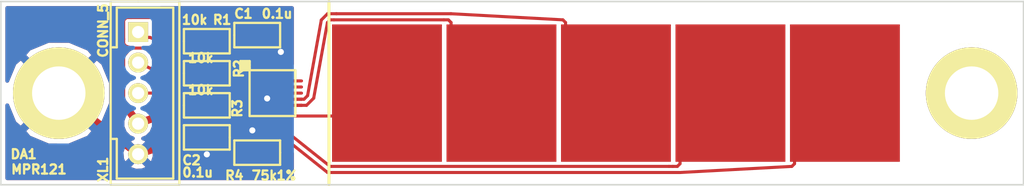
<source format=kicad_pcb>
(kicad_pcb (version 3) (host pcbnew "(2013-07-07 BZR 4022)-stable")

  (general
    (links 24)
    (no_connects 0)
    (area 69.449999 67.625 136.550001 80.275001)
    (thickness 1.6)
    (drawings 5)
    (tracks 175)
    (zones 0)
    (modules 15)
    (nets 13)
  )

  (page A3)
  (layers
    (15 F.Cu signal)
    (0 B.Cu signal)
    (16 B.Adhes user)
    (17 F.Adhes user)
    (18 B.Paste user)
    (19 F.Paste user)
    (20 B.SilkS user)
    (21 F.SilkS user)
    (22 B.Mask user)
    (23 F.Mask user)
    (24 Dwgs.User user)
    (25 Cmts.User user)
    (26 Eco1.User user)
    (27 Eco2.User user)
    (28 Edge.Cuts user)
  )

  (setup
    (last_trace_width 0.15)
    (trace_clearance 0.2)
    (zone_clearance 0.25)
    (zone_45_only no)
    (trace_min 0.15)
    (segment_width 0.2)
    (edge_width 0.1)
    (via_size 0.9)
    (via_drill 0.4)
    (via_min_size 0.889)
    (via_min_drill 0.4)
    (uvia_size 0.508)
    (uvia_drill 0.127)
    (uvias_allowed no)
    (uvia_min_size 0.508)
    (uvia_min_drill 0.127)
    (pcb_text_width 0.3)
    (pcb_text_size 1.5 1.5)
    (mod_edge_width 0.15)
    (mod_text_size 1 1)
    (mod_text_width 0.15)
    (pad_size 1 0.2)
    (pad_drill 0)
    (pad_to_mask_clearance 0.1)
    (aux_axis_origin 0 0)
    (visible_elements 7FFFFFFF)
    (pcbplotparams
      (layerselection 283148289)
      (usegerberextensions true)
      (excludeedgelayer true)
      (linewidth 0.150000)
      (plotframeref false)
      (viasonmask false)
      (mode 1)
      (useauxorigin false)
      (hpglpennumber 1)
      (hpglpenspeed 20)
      (hpglpendiameter 15)
      (hpglpenoverlay 2)
      (psnegative false)
      (psa4output false)
      (plotreference true)
      (plotvalue true)
      (plotothertext true)
      (plotinvisibletext false)
      (padsonsilk false)
      (subtractmaskfromsilk false)
      (outputformat 1)
      (mirror false)
      (drillshape 0)
      (scaleselection 1)
      (outputdirectory Gerber))
  )

  (net 0 "")
  (net 1 +3.3V)
  (net 2 /IRQ)
  (net 3 /SCL)
  (net 4 /SDA)
  (net 5 GND)
  (net 6 N-000001)
  (net 7 N-0000012)
  (net 8 N-0000016)
  (net 9 N-000002)
  (net 10 N-000006)
  (net 11 N-000007)
  (net 12 N-000008)

  (net_class Default "This is the default net class."
    (clearance 0.2)
    (trace_width 0.15)
    (via_dia 0.9)
    (via_drill 0.4)
    (uvia_dia 0.508)
    (uvia_drill 0.127)
    (add_net "")
    (add_net /IRQ)
    (add_net /SCL)
    (add_net /SDA)
    (add_net N-000001)
    (add_net N-0000012)
    (add_net N-0000016)
    (add_net N-000002)
    (add_net N-000006)
    (add_net N-000007)
    (add_net N-000008)
  )

  (net_class Wide ""
    (clearance 0.2)
    (trace_width 0.5)
    (via_dia 0.9)
    (via_drill 0.4)
    (uvia_dia 0.508)
    (uvia_drill 0.127)
    (add_net +3.3V)
    (add_net GND)
  )

  (module RES_0603 (layer F.Cu) (tedit 541733A4) (tstamp 54047339)
    (at 86.3 77.9 180)
    (path /54045AF3)
    (attr smd)
    (fp_text reference R4 (at 1.5 -1.5 180) (layer F.SilkS)
      (effects (font (size 0.6 0.6) (thickness 0.15)))
    )
    (fp_text value 75k1% (at -1.1 -1.5 180) (layer F.SilkS)
      (effects (font (size 0.6 0.6) (thickness 0.15)))
    )
    (fp_line (start -1.5 0) (end -1.5 -0.8) (layer F.SilkS) (width 0.15))
    (fp_line (start -1.5 -0.8) (end 1.5 -0.8) (layer F.SilkS) (width 0.15))
    (fp_line (start 1.5 -0.8) (end 1.5 0.8) (layer F.SilkS) (width 0.15))
    (fp_line (start 1.5 0.8) (end -1.5 0.8) (layer F.SilkS) (width 0.15))
    (fp_line (start -1.5 0.8) (end -1.5 0) (layer F.SilkS) (width 0.15))
    (pad 1 smd rect (at -0.762 0 180) (size 0.889 1.016)
      (layers F.Cu F.Paste F.Mask)
      (net 9 N-000002)
    )
    (pad 2 smd rect (at 0.762 0 180) (size 0.889 1.016)
      (layers F.Cu F.Paste F.Mask)
      (net 5 GND)
    )
    (model 3d\r_0603.wrl
      (at (xyz 0 0 0))
      (scale (xyz 1 1 1))
      (rotate (xyz 0 0 0))
    )
  )

  (module RES_0603 (layer F.Cu) (tedit 54048689) (tstamp 54047344)
    (at 83 74.8)
    (path /54045D60)
    (attr smd)
    (fp_text reference R3 (at 2 0.2 90) (layer F.SilkS)
      (effects (font (size 0.6 0.6) (thickness 0.15)))
    )
    (fp_text value 10k (at -0.4 -1) (layer F.SilkS)
      (effects (font (size 0.6 0.6) (thickness 0.15)))
    )
    (fp_line (start -1.5 0) (end -1.5 -0.8) (layer F.SilkS) (width 0.15))
    (fp_line (start -1.5 -0.8) (end 1.5 -0.8) (layer F.SilkS) (width 0.15))
    (fp_line (start 1.5 -0.8) (end 1.5 0.8) (layer F.SilkS) (width 0.15))
    (fp_line (start 1.5 0.8) (end -1.5 0.8) (layer F.SilkS) (width 0.15))
    (fp_line (start -1.5 0.8) (end -1.5 0) (layer F.SilkS) (width 0.15))
    (pad 1 smd rect (at -0.762 0) (size 0.889 1.016)
      (layers F.Cu F.Paste F.Mask)
      (net 1 +3.3V)
    )
    (pad 2 smd rect (at 0.762 0) (size 0.889 1.016)
      (layers F.Cu F.Paste F.Mask)
      (net 4 /SDA)
    )
    (model 3d\r_0603.wrl
      (at (xyz 0 0 0))
      (scale (xyz 1 1 1))
      (rotate (xyz 0 0 0))
    )
  )

  (module RES_0603 (layer F.Cu) (tedit 5404867E) (tstamp 5404734F)
    (at 83 72.7)
    (path /54045D81)
    (attr smd)
    (fp_text reference R2 (at 2.1 -0.3 90) (layer F.SilkS)
      (effects (font (size 0.6 0.6) (thickness 0.15)))
    )
    (fp_text value 10k (at -0.4 -1) (layer F.SilkS)
      (effects (font (size 0.6 0.6) (thickness 0.15)))
    )
    (fp_line (start -1.5 0) (end -1.5 -0.8) (layer F.SilkS) (width 0.15))
    (fp_line (start -1.5 -0.8) (end 1.5 -0.8) (layer F.SilkS) (width 0.15))
    (fp_line (start 1.5 -0.8) (end 1.5 0.8) (layer F.SilkS) (width 0.15))
    (fp_line (start 1.5 0.8) (end -1.5 0.8) (layer F.SilkS) (width 0.15))
    (fp_line (start -1.5 0.8) (end -1.5 0) (layer F.SilkS) (width 0.15))
    (pad 1 smd rect (at -0.762 0) (size 0.889 1.016)
      (layers F.Cu F.Paste F.Mask)
      (net 1 +3.3V)
    )
    (pad 2 smd rect (at 0.762 0) (size 0.889 1.016)
      (layers F.Cu F.Paste F.Mask)
      (net 3 /SCL)
    )
    (model 3d\r_0603.wrl
      (at (xyz 0 0 0))
      (scale (xyz 1 1 1))
      (rotate (xyz 0 0 0))
    )
  )

  (module RES_0603 (layer F.Cu) (tedit 5417337C) (tstamp 5404735A)
    (at 83 70.6)
    (path /54045D87)
    (attr smd)
    (fp_text reference R1 (at 1 -1.4) (layer F.SilkS)
      (effects (font (size 0.6 0.6) (thickness 0.15)))
    )
    (fp_text value 10k (at -0.8 -1.4) (layer F.SilkS)
      (effects (font (size 0.6 0.6) (thickness 0.15)))
    )
    (fp_line (start -1.5 0) (end -1.5 -0.8) (layer F.SilkS) (width 0.15))
    (fp_line (start -1.5 -0.8) (end 1.5 -0.8) (layer F.SilkS) (width 0.15))
    (fp_line (start 1.5 -0.8) (end 1.5 0.8) (layer F.SilkS) (width 0.15))
    (fp_line (start 1.5 0.8) (end -1.5 0.8) (layer F.SilkS) (width 0.15))
    (fp_line (start -1.5 0.8) (end -1.5 0) (layer F.SilkS) (width 0.15))
    (pad 1 smd rect (at -0.762 0) (size 0.889 1.016)
      (layers F.Cu F.Paste F.Mask)
      (net 1 +3.3V)
    )
    (pad 2 smd rect (at 0.762 0) (size 0.889 1.016)
      (layers F.Cu F.Paste F.Mask)
      (net 2 /IRQ)
    )
    (model 3d\r_0603.wrl
      (at (xyz 0 0 0))
      (scale (xyz 1 1 1))
      (rotate (xyz 0 0 0))
    )
  )

  (module Hole3_5_out6mm (layer F.Cu) (tedit 4CE9A9B5) (tstamp 54047380)
    (at 133.1 74)
    (path /54047142)
    (fp_text reference HOLE1 (at 0 3.2004) (layer F.SilkS) hide
      (effects (font (size 0.127 0.127) (thickness 0.00254)))
    )
    (fp_text value HOLE_METALLED (at -0.09906 -3.2004) (layer F.SilkS)
      (effects (font (size 0.127 0.127) (thickness 0.00254)))
    )
    (pad Hle thru_hole circle (at 0 0) (size 5.99948 5.99948) (drill 3.50012)
      (layers *.Cu *.Mask F.SilkS)
    )
  )

  (module Hole3_5_out6mm (layer F.Cu) (tedit 4CE9A9B5) (tstamp 54047385)
    (at 73.3 74)
    (path /54047151)
    (fp_text reference HOLE2 (at 0 3.2004) (layer F.SilkS) hide
      (effects (font (size 0.127 0.127) (thickness 0.00254)))
    )
    (fp_text value HOLE_METALLED (at -0.09906 -3.2004) (layer F.SilkS)
      (effects (font (size 0.127 0.127) (thickness 0.00254)))
    )
    (pad Hle thru_hole circle (at 0 0) (size 5.99948 5.99948) (drill 3.50012)
      (layers *.Cu *.Mask F.SilkS)
      (net 5 GND)
    )
  )

  (module CAP_0603 (layer F.Cu) (tedit 54173377) (tstamp 540473A9)
    (at 86.3 70.2)
    (path /54045AE4)
    (attr smd)
    (fp_text reference C1 (at -0.9 -1.4) (layer F.SilkS)
      (effects (font (size 0.6 0.6) (thickness 0.15)))
    )
    (fp_text value 0.1u (at 1.3 -1.4) (layer F.SilkS)
      (effects (font (size 0.6 0.6) (thickness 0.15)))
    )
    (fp_line (start -1.5 0) (end -1.5 -0.8) (layer F.SilkS) (width 0.15))
    (fp_line (start -1.5 -0.8) (end 1.5 -0.8) (layer F.SilkS) (width 0.15))
    (fp_line (start 1.5 -0.8) (end 1.5 0.8) (layer F.SilkS) (width 0.15))
    (fp_line (start 1.5 0.8) (end -1.5 0.8) (layer F.SilkS) (width 0.15))
    (fp_line (start -1.5 0.8) (end -1.5 0) (layer F.SilkS) (width 0.15))
    (pad 1 smd rect (at -0.762 0) (size 0.889 1.016)
      (layers F.Cu F.Paste F.Mask)
      (net 1 +3.3V)
    )
    (pad 2 smd rect (at 0.762 0) (size 0.889 1.016)
      (layers F.Cu F.Paste F.Mask)
      (net 5 GND)
    )
    (model 3d\c_0603.wrl
      (at (xyz 0 0 0))
      (scale (xyz 1 1 1))
      (rotate (xyz 0 0 0))
    )
  )

  (module CAP_0603 (layer F.Cu) (tedit 54173392) (tstamp 540473B4)
    (at 83 76.9 180)
    (path /54045AC0)
    (attr smd)
    (fp_text reference C2 (at 1 -1.5 180) (layer F.SilkS)
      (effects (font (size 0.6 0.6) (thickness 0.15)))
    )
    (fp_text value 0.1u (at 0.6 -2.3 180) (layer F.SilkS)
      (effects (font (size 0.6 0.6) (thickness 0.15)))
    )
    (fp_line (start -1.5 0) (end -1.5 -0.8) (layer F.SilkS) (width 0.15))
    (fp_line (start -1.5 -0.8) (end 1.5 -0.8) (layer F.SilkS) (width 0.15))
    (fp_line (start 1.5 -0.8) (end 1.5 0.8) (layer F.SilkS) (width 0.15))
    (fp_line (start 1.5 0.8) (end -1.5 0.8) (layer F.SilkS) (width 0.15))
    (fp_line (start -1.5 0.8) (end -1.5 0) (layer F.SilkS) (width 0.15))
    (pad 1 smd rect (at -0.762 0 180) (size 0.889 1.016)
      (layers F.Cu F.Paste F.Mask)
      (net 6 N-000001)
    )
    (pad 2 smd rect (at 0.762 0 180) (size 0.889 1.016)
      (layers F.Cu F.Paste F.Mask)
      (net 5 GND)
    )
    (model 3d\c_0603.wrl
      (at (xyz 0 0 0))
      (scale (xyz 1 1 1))
      (rotate (xyz 0 0 0))
    )
  )

  (module CONN_MW_5M (layer F.Cu) (tedit 540485EA) (tstamp 5404768A)
    (at 78.5 74 270)
    (path /54045E2F)
    (fp_text reference XL1 (at 5 2.3 270) (layer F.SilkS)
      (effects (font (size 0.6 0.6) (thickness 0.15)))
    )
    (fp_text value CONN_5 (at -4.1 2.3 270) (layer F.SilkS)
      (effects (font (size 0.6 0.6) (thickness 0.15)))
    )
    (fp_line (start -3 1.8) (end -3 1.6) (layer F.SilkS) (width 0.15))
    (fp_line (start -3 1.6) (end -3 1.4) (layer F.SilkS) (width 0.15))
    (fp_line (start -3 1.4) (end -5.6 1.4) (layer F.SilkS) (width 0.15))
    (fp_line (start -5.6 1.4) (end -5.6 -2.3) (layer F.SilkS) (width 0.15))
    (fp_line (start -5.6 -2.3) (end 5.6 -2.3) (layer F.SilkS) (width 0.15))
    (fp_line (start 5.6 -2.3) (end 5.6 1.4) (layer F.SilkS) (width 0.15))
    (fp_line (start 5.6 1.4) (end 3 1.4) (layer F.SilkS) (width 0.15))
    (fp_line (start 3 1.4) (end 3 1.8) (layer F.SilkS) (width 0.15))
    (fp_line (start -6 0) (end -6 -2.7) (layer F.SilkS) (width 0.15))
    (fp_line (start -6 -2.7) (end 6 -2.7) (layer F.SilkS) (width 0.15))
    (fp_line (start 6 -2.7) (end 6 0) (layer F.SilkS) (width 0.15))
    (fp_line (start 6 0) (end 6 1.8) (layer F.SilkS) (width 0.15))
    (fp_line (start 6 1.8) (end -6 1.8) (layer F.SilkS) (width 0.15))
    (fp_line (start -6 1.8) (end -6 0) (layer F.SilkS) (width 0.15))
    (pad 1 thru_hole rect (at -4 0 270) (size 1.3 1.3) (drill 0.8)
      (layers *.Cu *.Mask F.SilkS)
      (net 2 /IRQ)
    )
    (pad 2 thru_hole circle (at -2 0 270) (size 1.3 1.3) (drill 0.8)
      (layers *.Cu *.Mask F.SilkS)
      (net 3 /SCL)
    )
    (pad 3 thru_hole circle (at 0 0 270) (size 1.3 1.3) (drill 0.8)
      (layers *.Cu *.Mask F.SilkS)
      (net 4 /SDA)
    )
    (pad 4 thru_hole circle (at 2 0 270) (size 1.3 1.3) (drill 0.8)
      (layers *.Cu *.Mask F.SilkS)
      (net 1 +3.3V)
    )
    (pad 5 thru_hole circle (at 4 0 270) (size 1.3 1.3) (drill 0.8)
      (layers *.Cu *.Mask F.SilkS)
      (net 5 GND)
    )
  )

  (module SENSOR_PAD_7D2_9 (layer F.Cu) (tedit 5404759C) (tstamp 54047310)
    (at 124.8 74)
    (path /5404623A)
    (fp_text reference SNSP1 (at 0 1.09982) (layer F.SilkS) hide
      (effects (font (size 0.6 0.6) (thickness 0.15)))
    )
    (fp_text value SENSORPAD (at 0 -0.89916) (layer F.SilkS) hide
      (effects (font (size 0.6 0.6) (thickness 0.15)))
    )
    (pad 1 smd rect (at 0 0) (size 7.2 9)
      (layers F.Cu)
      (net 10 N-000006)
    )
  )

  (module SENSOR_PAD_7D2_9 (layer F.Cu) (tedit 5404759C) (tstamp 5404731A)
    (at 109.8 74)
    (path /54172112)
    (fp_text reference SNSP5 (at 0 1.09982) (layer F.SilkS) hide
      (effects (font (size 0.6 0.6) (thickness 0.15)))
    )
    (fp_text value SENSORPAD (at 0 -0.89916) (layer F.SilkS) hide
      (effects (font (size 0.6 0.6) (thickness 0.15)))
    )
    (pad 1 smd rect (at 0 0) (size 7.2 9)
      (layers F.Cu)
      (net 7 N-0000012)
    )
  )

  (module SENSOR_PAD_7D2_9 (layer F.Cu) (tedit 5404759C) (tstamp 5404731F)
    (at 102.3 74)
    (path /540461EF)
    (fp_text reference SNSP4 (at 0 1.09982) (layer F.SilkS) hide
      (effects (font (size 0.6 0.6) (thickness 0.15)))
    )
    (fp_text value SENSORPAD (at 0 -0.89916) (layer F.SilkS) hide
      (effects (font (size 0.6 0.6) (thickness 0.15)))
    )
    (pad 1 smd rect (at 0 0) (size 7.2 9)
      (layers F.Cu)
      (net 8 N-0000016)
    )
  )

  (module SENSOR_PAD_7D2_9 (layer F.Cu) (tedit 5404759C) (tstamp 54047324)
    (at 94.8 74)
    (path /540461FE)
    (fp_text reference SNSP3 (at 0 1.09982) (layer F.SilkS) hide
      (effects (font (size 0.6 0.6) (thickness 0.15)))
    )
    (fp_text value SENSORPAD (at 0 -0.89916) (layer F.SilkS) hide
      (effects (font (size 0.6 0.6) (thickness 0.15)))
    )
    (pad 1 smd rect (at 0 0) (size 7.2 9)
      (layers F.Cu)
      (net 12 N-000008)
    )
  )

  (module SENSOR_PAD_7D2_9 (layer F.Cu) (tedit 5404759C) (tstamp 5404732E)
    (at 117.3 74)
    (path /5404621C)
    (fp_text reference SNSP2 (at 0 1.09982) (layer F.SilkS) hide
      (effects (font (size 0.6 0.6) (thickness 0.15)))
    )
    (fp_text value SENSORPAD (at 0 -0.89916) (layer F.SilkS) hide
      (effects (font (size 0.6 0.6) (thickness 0.15)))
    )
    (pad 1 smd rect (at 0 0) (size 7.2 9)
      (layers F.Cu)
      (net 11 N-000007)
    )
  )

  (module QFN20_04PITCH (layer F.Cu) (tedit 54173348) (tstamp 5404737B)
    (at 87.3 74)
    (descr "QFN20 3x3 0.4pitch")
    (path /54045A10)
    (fp_text reference DA1 (at -16.3 4) (layer F.SilkS)
      (effects (font (size 0.6 0.6) (thickness 0.15)))
    )
    (fp_text value MPR121 (at -15.3 5) (layer F.SilkS)
      (effects (font (size 0.6 0.6) (thickness 0.15)))
    )
    (fp_line (start -1.5 -2.1) (end -1.5 -1.5) (layer F.SilkS) (width 0.15))
    (fp_line (start -2.1 -1.5) (end -2.1 -2.1) (layer F.SilkS) (width 0.15))
    (fp_line (start -1.5 -1.5) (end -2.1 -1.5) (layer F.SilkS) (width 0.15))
    (fp_line (start -2.1 -1.5) (end -2.1 -1.6) (layer F.SilkS) (width 0.15))
    (fp_line (start -2.1 -1.6) (end -1.5 -1.6) (layer F.SilkS) (width 0.15))
    (fp_line (start -1.5 -1.6) (end -1.5 -1.7) (layer F.SilkS) (width 0.15))
    (fp_line (start -1.5 -1.7) (end -2.1 -1.7) (layer F.SilkS) (width 0.15))
    (fp_line (start -2.1 -1.7) (end -2.1 -1.8) (layer F.SilkS) (width 0.15))
    (fp_line (start -2.1 -1.8) (end -1.5 -1.8) (layer F.SilkS) (width 0.15))
    (fp_line (start -1.5 -1.8) (end -1.5 -1.9) (layer F.SilkS) (width 0.15))
    (fp_line (start -1.5 -1.9) (end -2.1 -1.9) (layer F.SilkS) (width 0.15))
    (fp_line (start -2.1 -1.9) (end -2.1 -2) (layer F.SilkS) (width 0.15))
    (fp_line (start -2.1 -2) (end -1.5 -2) (layer F.SilkS) (width 0.15))
    (fp_line (start -1.5 -2) (end -1.5 -2.1) (layer F.SilkS) (width 0.15))
    (fp_line (start -1.5 -2.1) (end -2.1 -2.1) (layer F.SilkS) (width 0.15))
    (fp_line (start -1.5 -1.5) (end 1.5 -1.5) (layer F.SilkS) (width 0.15))
    (fp_line (start 1.5 -1.5) (end 1.5 1.5) (layer F.SilkS) (width 0.15))
    (fp_line (start 1.5 1.5) (end -1.5 1.5) (layer F.SilkS) (width 0.15))
    (fp_line (start -1.5 1.5) (end -1.5 -1.5) (layer F.SilkS) (width 0.15))
    (pad 1 smd rect (at -1.5 -0.8) (size 1 0.2)
      (layers F.Cu F.Paste F.Mask)
      (net 2 /IRQ)
    )
    (pad 2 smd oval (at -1.5 -0.4) (size 1 0.2)
      (layers F.Cu F.Paste F.Mask)
      (net 3 /SCL)
    )
    (pad 3 smd oval (at -1.5 0) (size 1 0.2)
      (layers F.Cu F.Paste F.Mask)
      (net 4 /SDA)
    )
    (pad 4 smd oval (at -1.5 0.4) (size 1 0.2)
      (layers F.Cu F.Paste F.Mask)
      (net 5 GND)
    )
    (pad 5 smd oval (at -1.5 0.8) (size 1 0.2)
      (layers F.Cu F.Paste F.Mask)
      (net 6 N-000001)
    )
    (pad 6 smd oval (at -0.8 1.5 90) (size 1 0.2)
      (layers F.Cu F.Paste F.Mask)
      (net 5 GND)
    )
    (pad 7 smd oval (at -0.4 1.5 90) (size 1 0.2)
      (layers F.Cu F.Paste F.Mask)
      (net 9 N-000002)
    )
    (pad 8 smd oval (at 0 1.5 90) (size 1 0.2)
      (layers F.Cu F.Paste F.Mask)
      (net 10 N-000006)
    )
    (pad 9 smd oval (at 0.4 1.5 90) (size 1 0.2)
      (layers F.Cu F.Paste F.Mask)
      (net 11 N-000007)
    )
    (pad 10 smd oval (at 0.8 1.5 90) (size 1 0.2)
      (layers F.Cu F.Paste F.Mask)
      (net 12 N-000008)
    )
    (pad 11 smd oval (at 1.5 0.8) (size 1 0.2)
      (layers F.Cu F.Paste F.Mask)
      (net 8 N-0000016)
    )
    (pad 12 smd oval (at 1.5 0.4) (size 1 0.2)
      (layers F.Cu F.Paste F.Mask)
      (net 7 N-0000012)
    )
    (pad 13 smd oval (at 1.5 0) (size 1 0.2)
      (layers F.Cu F.Paste F.Mask)
    )
    (pad 14 smd oval (at 1.5 -0.4) (size 1 0.2)
      (layers F.Cu F.Paste F.Mask)
    )
    (pad 15 smd oval (at 1.5 -0.8) (size 1 0.2)
      (layers F.Cu F.Paste F.Mask)
    )
    (pad 16 smd oval (at 0.8 -1.5 90) (size 1 0.2)
      (layers F.Cu F.Paste F.Mask)
    )
    (pad 17 smd oval (at 0.4 -1.5 90) (size 1 0.2)
      (layers F.Cu F.Paste F.Mask)
    )
    (pad 18 smd oval (at 0 -1.5 90) (size 1 0.2)
      (layers F.Cu F.Paste F.Mask)
    )
    (pad 19 smd oval (at -0.4 -1.5 90) (size 1 0.2)
      (layers F.Cu F.Paste F.Mask)
    )
    (pad 20 smd oval (at -0.8 -1.5 90) (size 1 0.2)
      (layers F.Cu F.Paste F.Mask)
      (net 1 +3.3V)
    )
    (model 3d\qfn20.wrl
      (at (xyz 0 0 0))
      (scale (xyz 1 1 1))
      (rotate (xyz 0 0 90))
    )
  )

  (gr_line (start 69.5 80) (end 69.5 68) (angle 90) (layer Edge.Cuts) (width 0.1))
  (gr_line (start 136.5 80) (end 69.5 80) (angle 90) (layer Edge.Cuts) (width 0.1))
  (gr_line (start 136.5 68) (end 136.5 80) (angle 90) (layer Edge.Cuts) (width 0.1))
  (gr_line (start 69.5 68) (end 136.5 68) (angle 90) (layer Edge.Cuts) (width 0.1))
  (gr_line (start 91 68) (end 91 80) (angle 90) (layer F.SilkS) (width 0.2))

  (segment (start 85.538 70.608) (end 85.538 70.2) (width 0.2) (layer F.Cu) (net 1))
  (segment (start 85.538 70.708) (end 85.538 70.608) (width 0.2) (layer F.Cu) (net 1))
  (segment (start 86.5 72.1) (end 85.538 70.708) (width 0.2) (layer F.Cu) (net 1))
  (segment (start 86.5 72.5) (end 86.5 72.1) (width 0.2) (layer F.Cu) (net 1))
  (segment (start 81.6069 74.8575) (end 78.5 76) (width 0.5) (layer F.Cu) (net 1))
  (segment (start 81.7935 74.8575) (end 81.6069 74.8575) (width 0.5) (layer F.Cu) (net 1))
  (segment (start 82.0435 74.8575) (end 81.7935 74.8575) (width 0.5) (layer F.Cu) (net 1))
  (segment (start 82.238 74.8) (end 82.0435 74.8575) (width 0.5) (layer F.Cu) (net 1))
  (segment (start 82.238 69.9079) (end 82.2592 69.6562) (width 0.5) (layer F.Cu) (net 1))
  (segment (start 82.238 70.092) (end 82.238 69.9079) (width 0.5) (layer F.Cu) (net 1))
  (segment (start 82.238 70.342) (end 82.238 70.092) (width 0.5) (layer F.Cu) (net 1))
  (segment (start 82.238 70.6) (end 82.238 70.342) (width 0.5) (layer F.Cu) (net 1))
  (segment (start 77.3995 71.5442) (end 77.7577 71.1086) (width 0.5) (layer F.Cu) (net 1))
  (segment (start 77.3995 73.5442) (end 77.3995 71.5442) (width 0.5) (layer F.Cu) (net 1))
  (segment (start 77.3995 74.4558) (end 77.3995 73.5442) (width 0.5) (layer F.Cu) (net 1))
  (segment (start 78.5 76) (end 77.3995 74.4558) (width 0.5) (layer F.Cu) (net 1))
  (segment (start 85.538 69.942) (end 85.538 70.2) (width 0.5) (layer F.Cu) (net 1))
  (segment (start 85.538 69.692) (end 85.538 69.942) (width 0.5) (layer F.Cu) (net 1))
  (segment (start 85.538 69.5079) (end 85.538 69.692) (width 0.5) (layer F.Cu) (net 1))
  (segment (start 85.2776 69.2475) (end 85.538 69.5079) (width 0.5) (layer F.Cu) (net 1))
  (segment (start 84.9094 69.2475) (end 85.2776 69.2475) (width 0.5) (layer F.Cu) (net 1))
  (segment (start 82.2592 69.6562) (end 84.9094 69.2475) (width 0.5) (layer F.Cu) (net 1))
  (segment (start 78.1063 71.0495) (end 77.7577 71.1086) (width 0.2) (layer F.Cu) (net 1))
  (segment (start 78.8937 71.0495) (end 78.1063 71.0495) (width 0.2) (layer F.Cu) (net 1))
  (segment (start 81.6692 72.492) (end 78.8937 71.0495) (width 0.2) (layer F.Cu) (net 1))
  (segment (start 81.7935 72.492) (end 81.6692 72.492) (width 0.2) (layer F.Cu) (net 1))
  (segment (start 81.8935 72.492) (end 81.7935 72.492) (width 0.2) (layer F.Cu) (net 1))
  (segment (start 82.238 72.7) (end 81.8935 72.492) (width 0.2) (layer F.Cu) (net 1))
  (segment (start 79.3366 68.8995) (end 82.2592 69.6562) (width 0.5) (layer F.Cu) (net 1))
  (segment (start 78.0366 68.8995) (end 79.3366 68.8995) (width 0.5) (layer F.Cu) (net 1))
  (segment (start 77.6634 68.8995) (end 78.0366 68.8995) (width 0.5) (layer F.Cu) (net 1))
  (segment (start 77.3995 69.1634) (end 77.6634 68.8995) (width 0.5) (layer F.Cu) (net 1))
  (segment (start 77.3995 70.4634) (end 77.3995 69.1634) (width 0.5) (layer F.Cu) (net 1))
  (segment (start 77.3995 70.8366) (end 77.3995 70.4634) (width 0.5) (layer F.Cu) (net 1))
  (segment (start 77.6634 71.1005) (end 77.3995 70.8366) (width 0.5) (layer F.Cu) (net 1))
  (segment (start 77.7577 71.1086) (end 77.6634 71.1005) (width 0.5) (layer F.Cu) (net 1))
  (segment (start 78.1063 71.0495) (end 77.8431 71.2319) (width 0.2) (layer F.Cu) (net 1))
  (segment (start 78.1063 71.0495) (end 77.7977 70.9641) (width 0.2) (layer F.Cu) (net 1))
  (segment (start 79.05 70.3495) (end 78.5 70) (width 0.2) (layer F.Cu) (net 2))
  (segment (start 79.15 70.3495) (end 79.05 70.3495) (width 0.2) (layer F.Cu) (net 2))
  (segment (start 79.2745 70.3495) (end 79.15 70.3495) (width 0.2) (layer F.Cu) (net 2))
  (segment (start 81.669 71.4085) (end 79.2745 70.3495) (width 0.2) (layer F.Cu) (net 2))
  (segment (start 83.193 71.4085) (end 81.669 71.4085) (width 0.2) (layer F.Cu) (net 2))
  (segment (start 83.442 71.4085) (end 83.193 71.4085) (width 0.2) (layer F.Cu) (net 2))
  (segment (start 83.5318 71.4068) (end 83.442 71.4085) (width 0.2) (layer F.Cu) (net 2))
  (segment (start 83.6175 71.008) (end 83.762 70.6) (width 0.2) (layer F.Cu) (net 2))
  (segment (start 83.6175 71.108) (end 83.6175 71.008) (width 0.2) (layer F.Cu) (net 2))
  (segment (start 83.6175 71.2323) (end 83.6175 71.108) (width 0.2) (layer F.Cu) (net 2))
  (segment (start 83.5318 71.4068) (end 83.6175 71.2323) (width 0.2) (layer F.Cu) (net 2))
  (segment (start 84.331 71.8915) (end 83.5318 71.4068) (width 0.2) (layer F.Cu) (net 2))
  (segment (start 85.4245 72.7995) (end 84.331 71.8915) (width 0.2) (layer F.Cu) (net 2))
  (segment (start 85.6005 72.9755) (end 85.4245 72.7995) (width 0.2) (layer F.Cu) (net 2))
  (segment (start 85.6005 73.1) (end 85.6005 72.9755) (width 0.2) (layer F.Cu) (net 2))
  (segment (start 85.6005 73.2) (end 85.6005 73.1) (width 0.2) (layer F.Cu) (net 2))
  (segment (start 85.8 73.2) (end 85.6005 73.2) (width 0.2) (layer F.Cu) (net 2))
  (segment (start 83.442 73.5085) (end 83.6091 73.508) (width 0.2) (layer F.Cu) (net 3))
  (segment (start 83.193 73.5085) (end 83.442 73.5085) (width 0.2) (layer F.Cu) (net 3))
  (segment (start 81.669 73.5085) (end 83.193 73.5085) (width 0.2) (layer F.Cu) (net 3))
  (segment (start 78.5 72) (end 81.669 73.5085) (width 0.2) (layer F.Cu) (net 3))
  (segment (start 85.4 73.6) (end 85.8 73.6) (width 0.2) (layer F.Cu) (net 3))
  (segment (start 85.1757 73.6) (end 85.4 73.6) (width 0.2) (layer F.Cu) (net 3))
  (segment (start 83.6091 73.508) (end 85.1757 73.6) (width 0.2) (layer F.Cu) (net 3))
  (segment (start 83.6175 73.108) (end 83.762 72.7) (width 0.2) (layer F.Cu) (net 3))
  (segment (start 83.6175 73.208) (end 83.6175 73.108) (width 0.2) (layer F.Cu) (net 3))
  (segment (start 83.6175 73.3323) (end 83.6175 73.208) (width 0.2) (layer F.Cu) (net 3))
  (segment (start 83.6091 73.508) (end 83.6175 73.3323) (width 0.2) (layer F.Cu) (net 3))
  (segment (start 81.669 73.9915) (end 78.5 74) (width 0.2) (layer F.Cu) (net 4))
  (segment (start 81.918 73.9915) (end 81.669 73.9915) (width 0.2) (layer F.Cu) (net 4))
  (segment (start 83.442 73.9915) (end 81.918 73.9915) (width 0.2) (layer F.Cu) (net 4))
  (segment (start 83.6248 73.992) (end 83.442 73.9915) (width 0.2) (layer F.Cu) (net 4))
  (segment (start 83.6248 74.392) (end 83.762 74.8) (width 0.2) (layer F.Cu) (net 4))
  (segment (start 83.6248 74.292) (end 83.6248 74.392) (width 0.2) (layer F.Cu) (net 4))
  (segment (start 83.6248 73.992) (end 83.6248 74.292) (width 0.2) (layer F.Cu) (net 4))
  (segment (start 83.782 73.9915) (end 83.6248 73.992) (width 0.2) (layer F.Cu) (net 4))
  (segment (start 84.031 73.9915) (end 83.782 73.9915) (width 0.2) (layer F.Cu) (net 4))
  (segment (start 84.331 73.9915) (end 84.031 73.9915) (width 0.2) (layer F.Cu) (net 4))
  (segment (start 85.0101 74) (end 84.331 73.9915) (width 0.2) (layer F.Cu) (net 4))
  (segment (start 85.4 74) (end 85.0101 74) (width 0.2) (layer F.Cu) (net 4))
  (segment (start 85.8 74) (end 85.4 74) (width 0.2) (layer F.Cu) (net 4))
  (via (at 85.9796 76.4403) (size 0.9) (layers F.Cu B.Cu) (net 5))
  (via (at 86.95 74.3495) (size 0.9) (layers F.Cu B.Cu) (net 5))
  (via (at 87.8479 71.3007) (size 0.9) (layers F.Cu B.Cu) (net 5))
  (via (at 83 78.0105) (size 0.9) (layers F.Cu B.Cu) (net 5))
  (segment (start 86.95 74.3495) (end 87.8479 71.3007) (width 0.5) (layer B.Cu) (net 5))
  (segment (start 85.9796 76.4403) (end 86.95 74.3495) (width 0.5) (layer B.Cu) (net 5))
  (segment (start 85.538 77.2079) (end 85.9796 76.4403) (width 0.5) (layer F.Cu) (net 5))
  (segment (start 85.538 77.392) (end 85.538 77.2079) (width 0.5) (layer F.Cu) (net 5))
  (segment (start 85.538 77.642) (end 85.538 77.392) (width 0.5) (layer F.Cu) (net 5))
  (segment (start 85.538 77.9) (end 85.538 77.642) (width 0.5) (layer F.Cu) (net 5))
  (segment (start 82.0435 76.9575) (end 82.238 76.9) (width 0.5) (layer F.Cu) (net 5))
  (segment (start 81.7935 76.9575) (end 82.0435 76.9575) (width 0.5) (layer F.Cu) (net 5))
  (segment (start 81.6069 76.9575) (end 81.7935 76.9575) (width 0.5) (layer F.Cu) (net 5))
  (segment (start 78.5 78) (end 81.6069 76.9575) (width 0.5) (layer F.Cu) (net 5))
  (segment (start 78.5 78) (end 73.3 74) (width 0.5) (layer F.Cu) (net 5))
  (segment (start 87.2565 70.258) (end 87.062 70.2) (width 0.5) (layer F.Cu) (net 5))
  (segment (start 87.5065 70.258) (end 87.2565 70.258) (width 0.5) (layer F.Cu) (net 5))
  (segment (start 87.6929 70.258) (end 87.5065 70.258) (width 0.5) (layer F.Cu) (net 5))
  (segment (start 87.9565 70.5216) (end 87.6929 70.258) (width 0.5) (layer F.Cu) (net 5))
  (segment (start 87.9565 70.8944) (end 87.9565 70.5216) (width 0.5) (layer F.Cu) (net 5))
  (segment (start 87.8479 71.3007) (end 87.9565 70.8944) (width 0.5) (layer F.Cu) (net 5))
  (segment (start 85.3435 77.9575) (end 85.538 77.9) (width 0.5) (layer F.Cu) (net 5))
  (segment (start 85.0935 77.9575) (end 85.3435 77.9575) (width 0.5) (layer F.Cu) (net 5))
  (segment (start 84.9069 77.9575) (end 85.0935 77.9575) (width 0.5) (layer F.Cu) (net 5))
  (segment (start 83 78.0105) (end 84.9069 77.9575) (width 0.5) (layer F.Cu) (net 5))
  (segment (start 82.4984 77.8525) (end 83 78.0105) (width 0.5) (layer F.Cu) (net 5))
  (segment (start 82.238 77.5921) (end 82.4984 77.8525) (width 0.5) (layer F.Cu) (net 5))
  (segment (start 82.238 77.408) (end 82.238 77.5921) (width 0.5) (layer F.Cu) (net 5))
  (segment (start 82.238 77.158) (end 82.238 77.408) (width 0.5) (layer F.Cu) (net 5))
  (segment (start 82.238 76.9) (end 82.238 77.158) (width 0.5) (layer F.Cu) (net 5))
  (segment (start 86.2 74.4) (end 85.8 74.4) (width 0.2) (layer F.Cu) (net 5))
  (segment (start 86.3657 74.4) (end 86.2 74.4) (width 0.2) (layer F.Cu) (net 5))
  (segment (start 86.95 74.3495) (end 86.3657 74.4) (width 0.2) (layer F.Cu) (net 5))
  (segment (start 86.5 75.9) (end 86.5 75.5) (width 0.2) (layer F.Cu) (net 5))
  (segment (start 85.9796 76.4403) (end 86.5 75.9) (width 0.2) (layer F.Cu) (net 5))
  (segment (start 85.4 74.8) (end 85.8 74.8) (width 0.2) (layer F.Cu) (net 6))
  (segment (start 84.507 76.5165) (end 85.4 74.8) (width 0.2) (layer F.Cu) (net 6))
  (segment (start 84.331 76.6925) (end 84.507 76.5165) (width 0.2) (layer F.Cu) (net 6))
  (segment (start 84.2065 76.6925) (end 84.331 76.6925) (width 0.2) (layer F.Cu) (net 6))
  (segment (start 84.1065 76.6925) (end 84.2065 76.6925) (width 0.2) (layer F.Cu) (net 6))
  (segment (start 83.762 76.9) (end 84.1065 76.6925) (width 0.2) (layer F.Cu) (net 6))
  (segment (start 106.5 69.6) (end 109.8 74) (width 0.2) (layer F.Cu) (net 7))
  (segment (start 106.5 69.5) (end 106.5 69.6) (width 0.2) (layer F.Cu) (net 7))
  (segment (start 106.5 69.3757) (end 106.5 69.5) (width 0.2) (layer F.Cu) (net 7))
  (segment (start 106.3243 69.2) (end 106.5 69.3757) (width 0.2) (layer F.Cu) (net 7))
  (segment (start 98.9904 68.799) (end 106.3243 69.2) (width 0.2) (layer F.Cu) (net 7))
  (segment (start 91.4904 68.799) (end 98.9904 68.799) (width 0.2) (layer F.Cu) (net 7))
  (segment (start 90.9096 68.799) (end 91.4904 68.799) (width 0.2) (layer F.Cu) (net 7))
  (segment (start 90.499 69.2096) (end 90.9096 68.799) (width 0.2) (layer F.Cu) (net 7))
  (segment (start 89.6 74.1657) (end 90.499 69.2096) (width 0.2) (layer F.Cu) (net 7))
  (segment (start 89.3657 74.4) (end 89.6 74.1657) (width 0.2) (layer F.Cu) (net 7))
  (segment (start 89.2 74.4) (end 89.3657 74.4) (width 0.2) (layer F.Cu) (net 7))
  (segment (start 88.8 74.4) (end 89.2 74.4) (width 0.2) (layer F.Cu) (net 7))
  (segment (start 99 69.6) (end 102.3 74) (width 0.2) (layer F.Cu) (net 8))
  (segment (start 99 69.5) (end 99 69.6) (width 0.2) (layer F.Cu) (net 8))
  (segment (start 99 69.3757) (end 99 69.5) (width 0.2) (layer F.Cu) (net 8))
  (segment (start 98.8243 69.2) (end 99 69.3757) (width 0.2) (layer F.Cu) (net 8))
  (segment (start 98.5245 69.1995) (end 98.8243 69.2) (width 0.2) (layer F.Cu) (net 8))
  (segment (start 91.3245 69.1995) (end 98.5245 69.1995) (width 0.2) (layer F.Cu) (net 8))
  (segment (start 91.0755 69.1995) (end 91.3245 69.1995) (width 0.2) (layer F.Cu) (net 8))
  (segment (start 90.8995 69.3755) (end 91.0755 69.1995) (width 0.2) (layer F.Cu) (net 8))
  (segment (start 90 74.3314) (end 90.8995 69.3755) (width 0.2) (layer F.Cu) (net 8))
  (segment (start 89.5314 74.8) (end 90 74.3314) (width 0.2) (layer F.Cu) (net 8))
  (segment (start 89.2 74.8) (end 89.5314 74.8) (width 0.2) (layer F.Cu) (net 8))
  (segment (start 88.8 74.8) (end 89.2 74.8) (width 0.2) (layer F.Cu) (net 8))
  (segment (start 86.9 75.9) (end 86.9 75.5) (width 0.2) (layer F.Cu) (net 9))
  (segment (start 86.9 76.3971) (end 86.9 75.9) (width 0.2) (layer F.Cu) (net 9))
  (segment (start 86.9175 77.2677) (end 86.9 76.3971) (width 0.2) (layer F.Cu) (net 9))
  (segment (start 86.9175 77.392) (end 86.9175 77.2677) (width 0.2) (layer F.Cu) (net 9))
  (segment (start 86.9175 77.492) (end 86.9175 77.392) (width 0.2) (layer F.Cu) (net 9))
  (segment (start 87.062 77.9) (end 86.9175 77.492) (width 0.2) (layer F.Cu) (net 9))
  (segment (start 121.5 78.4) (end 124.8 74) (width 0.2) (layer F.Cu) (net 10))
  (segment (start 121.5 78.5) (end 121.5 78.4) (width 0.2) (layer F.Cu) (net 10))
  (segment (start 121.5 78.6243) (end 121.5 78.5) (width 0.2) (layer F.Cu) (net 10))
  (segment (start 121.3243 78.8) (end 121.5 78.6243) (width 0.2) (layer F.Cu) (net 10))
  (segment (start 113.9904 79.201) (end 121.3243 78.8) (width 0.2) (layer F.Cu) (net 10))
  (segment (start 113.4096 79.201) (end 113.9904 79.201) (width 0.2) (layer F.Cu) (net 10))
  (segment (start 90.9096 79.201) (end 113.4096 79.201) (width 0.2) (layer F.Cu) (net 10))
  (segment (start 87.7686 76.7) (end 90.9096 79.201) (width 0.2) (layer F.Cu) (net 10))
  (segment (start 87.3 76.2314) (end 87.7686 76.7) (width 0.2) (layer F.Cu) (net 10))
  (segment (start 87.3 75.9) (end 87.3 76.2314) (width 0.2) (layer F.Cu) (net 10))
  (segment (start 87.3 75.5) (end 87.3 75.9) (width 0.2) (layer F.Cu) (net 10))
  (segment (start 114 78.4) (end 117.3 74) (width 0.2) (layer F.Cu) (net 11))
  (segment (start 114 78.5) (end 114 78.4) (width 0.2) (layer F.Cu) (net 11))
  (segment (start 114 78.6243) (end 114 78.5) (width 0.2) (layer F.Cu) (net 11))
  (segment (start 113.8243 78.8) (end 114 78.6243) (width 0.2) (layer F.Cu) (net 11))
  (segment (start 113.5245 78.8005) (end 113.8243 78.8) (width 0.2) (layer F.Cu) (net 11))
  (segment (start 113.2755 78.8005) (end 113.5245 78.8005) (width 0.2) (layer F.Cu) (net 11))
  (segment (start 91.0755 78.8005) (end 113.2755 78.8005) (width 0.2) (layer F.Cu) (net 11))
  (segment (start 87.9343 76.3) (end 91.0755 78.8005) (width 0.2) (layer F.Cu) (net 11))
  (segment (start 87.7 76.0657) (end 87.9343 76.3) (width 0.2) (layer F.Cu) (net 11))
  (segment (start 87.7 75.9) (end 87.7 76.0657) (width 0.2) (layer F.Cu) (net 11))
  (segment (start 87.7 75.5) (end 87.7 75.9) (width 0.2) (layer F.Cu) (net 11))
  (segment (start 91.3 75.2005) (end 94.8 74) (width 0.2) (layer F.Cu) (net 12))
  (segment (start 91.4 75.5) (end 91.3 75.2005) (width 0.2) (layer F.Cu) (net 12))
  (segment (start 88.1 75.5) (end 91.4 75.5) (width 0.2) (layer F.Cu) (net 12))

  (zone (net 5) (net_name GND) (layer F.Cu) (tstamp 54048741) (hatch edge 0.508)
    (connect_pads (clearance 0.25))
    (min_thickness 0.25)
    (fill (arc_segments 16) (thermal_gap 0.3) (thermal_bridge_width 0.508))
    (polygon
      (pts
        (xy 69.5 68) (xy 88.7 68) (xy 88.7 80) (xy 69.5 80)
      )
    )
    (filled_polygon
      (pts
        (xy 87.956192 74.6) (xy 87.944015 74.618225) (xy 87.939736 74.639736) (xy 87.918225 74.644015) (xy 87.9 74.656192)
        (xy 87.881775 74.644015) (xy 87.7 74.607858) (xy 87.518225 74.644015) (xy 87.5 74.656192) (xy 87.481775 74.644015)
        (xy 87.3 74.607858) (xy 87.118225 74.644015) (xy 87.1 74.656192) (xy 87.081775 74.644015) (xy 86.9 74.607858)
        (xy 86.768526 74.634009) (xy 86.684614 74.608133) (xy 86.708357 74.531139) (xy 86.615754 74.45) (xy 86.531879 74.45)
        (xy 86.457049 74.4) (xy 86.531879 74.35) (xy 86.615754 74.35) (xy 86.708357 74.268861) (xy 86.66599 74.131473)
        (xy 86.692142 74) (xy 86.655985 73.818225) (xy 86.643807 73.8) (xy 86.655985 73.781775) (xy 86.692142 73.6)
        (xy 86.656298 73.419799) (xy 86.674934 73.374919) (xy 86.674949 73.357342) (xy 86.681775 73.355985) (xy 86.7 73.343807)
        (xy 86.718225 73.355985) (xy 86.9 73.392142) (xy 87.081775 73.355985) (xy 87.1 73.343807) (xy 87.118225 73.355985)
        (xy 87.3 73.392142) (xy 87.481775 73.355985) (xy 87.5 73.343807) (xy 87.518225 73.355985) (xy 87.7 73.392142)
        (xy 87.881775 73.355985) (xy 87.9 73.343807) (xy 87.918225 73.355985) (xy 87.939736 73.360263) (xy 87.944015 73.381775)
        (xy 87.956192 73.4) (xy 87.944015 73.418225) (xy 87.907858 73.6) (xy 87.944015 73.781775) (xy 87.956192 73.8)
        (xy 87.944015 73.818225) (xy 87.907858 74) (xy 87.944015 74.181775) (xy 87.956192 74.2) (xy 87.944015 74.218225)
        (xy 87.907858 74.4) (xy 87.944015 74.581775) (xy 87.956192 74.6)
      )
    )
    (filled_polygon
      (pts
        (xy 88.575 72.082858) (xy 88.538843 71.901083) (xy 88.435876 71.746982) (xy 88.281775 71.644015) (xy 88.1 71.607858)
        (xy 87.931573 71.641359) (xy 87.931573 70.623833) (xy 87.931573 69.776167) (xy 87.931426 69.607092) (xy 87.866587 69.450943)
        (xy 87.746929 69.331493) (xy 87.590667 69.266927) (xy 87.29725 69.267) (xy 87.191 69.37325) (xy 87.191 70.071)
        (xy 87.82525 70.071) (xy 87.9315 69.96475) (xy 87.931573 69.776167) (xy 87.931573 70.623833) (xy 87.9315 70.43525)
        (xy 87.82525 70.329) (xy 87.191 70.329) (xy 87.191 71.02675) (xy 87.29725 71.133) (xy 87.590667 71.133073)
        (xy 87.746929 71.068507) (xy 87.866587 70.949057) (xy 87.931426 70.792908) (xy 87.931573 70.623833) (xy 87.931573 71.641359)
        (xy 87.918225 71.644015) (xy 87.9 71.656192) (xy 87.881775 71.644015) (xy 87.7 71.607858) (xy 87.518225 71.644015)
        (xy 87.5 71.656192) (xy 87.481775 71.644015) (xy 87.3 71.607858) (xy 87.118225 71.644015) (xy 87.1 71.656192)
        (xy 87.081775 71.644015) (xy 86.9 71.607858) (xy 86.75564 71.636572) (xy 86.334312 71.025823) (xy 86.377071 71.068507)
        (xy 86.533333 71.133073) (xy 86.82675 71.133) (xy 86.933 71.02675) (xy 86.933 70.329) (xy 86.913 70.329)
        (xy 86.913 70.071) (xy 86.933 70.071) (xy 86.933 69.37325) (xy 86.82675 69.267) (xy 86.533333 69.266927)
        (xy 86.377071 69.331493) (xy 86.264584 69.443784) (xy 86.195197 69.374276) (xy 86.131129 69.347672) (xy 86.115425 69.268723)
        (xy 86.115425 69.268722) (xy 85.979942 69.065958) (xy 85.719542 68.805558) (xy 85.516777 68.670075) (xy 85.2776 68.6225)
        (xy 84.9094 68.6225) (xy 84.868347 68.630665) (xy 84.813546 68.628321) (xy 82.29302 69.018519) (xy 79.99805 68.425)
        (xy 88.575 68.425) (xy 88.575 72.082858)
      )
    )
    (filled_polygon
      (pts
        (xy 88.575 79.575) (xy 85.409 79.575) (xy 85.409 78.72675) (xy 85.409 78.029) (xy 85.409 77.771)
        (xy 85.409 77.07325) (xy 85.30275 76.967) (xy 85.009333 76.966927) (xy 84.853071 77.031493) (xy 84.733413 77.150943)
        (xy 84.668574 77.307092) (xy 84.668427 77.476167) (xy 84.6685 77.66475) (xy 84.77475 77.771) (xy 85.409 77.771)
        (xy 85.409 78.029) (xy 84.77475 78.029) (xy 84.6685 78.13525) (xy 84.668427 78.323833) (xy 84.668574 78.492908)
        (xy 84.733413 78.649057) (xy 84.853071 78.768507) (xy 85.009333 78.833073) (xy 85.30275 78.833) (xy 85.409 78.72675)
        (xy 85.409 79.575) (xy 82.109 79.575) (xy 82.109 77.72675) (xy 82.109 77.029) (xy 82.109 76.771)
        (xy 82.109 76.07325) (xy 82.00275 75.967) (xy 81.709333 75.966927) (xy 81.553071 76.031493) (xy 81.433413 76.150943)
        (xy 81.368574 76.307092) (xy 81.368427 76.476167) (xy 81.3685 76.66475) (xy 81.47475 76.771) (xy 82.109 76.771)
        (xy 82.109 77.029) (xy 81.47475 77.029) (xy 81.3685 77.13525) (xy 81.368427 77.323833) (xy 81.368574 77.492908)
        (xy 81.433413 77.649057) (xy 81.553071 77.768507) (xy 81.709333 77.833073) (xy 82.00275 77.833) (xy 82.109 77.72675)
        (xy 82.109 79.575) (xy 79.588483 79.575) (xy 79.588483 78.128656) (xy 79.554861 77.702319) (xy 79.456392 77.464594)
        (xy 79.285148 77.397286) (xy 78.682434 78) (xy 79.285148 78.602714) (xy 79.456392 78.535406) (xy 79.588483 78.128656)
        (xy 79.588483 79.575) (xy 79.102714 79.575) (xy 79.102714 78.785148) (xy 78.5 78.182434) (xy 78.317566 78.364868)
        (xy 78.317566 78) (xy 77.714852 77.397286) (xy 77.543608 77.464594) (xy 77.411517 77.871344) (xy 77.445139 78.297681)
        (xy 77.543608 78.535406) (xy 77.714852 78.602714) (xy 78.317566 78) (xy 78.317566 78.364868) (xy 77.897286 78.785148)
        (xy 77.964594 78.956392) (xy 78.371344 79.088483) (xy 78.797681 79.054861) (xy 79.035406 78.956392) (xy 79.102714 78.785148)
        (xy 79.102714 79.575) (xy 76.726309 79.575) (xy 76.726309 73.326718) (xy 76.207843 72.066776) (xy 76.198849 72.053316)
        (xy 75.783447 71.698986) (xy 75.601014 71.881419) (xy 75.601014 71.516553) (xy 75.246684 71.101151) (xy 73.98916 70.576849)
        (xy 72.626718 70.573691) (xy 71.366776 71.092157) (xy 71.353316 71.101151) (xy 70.998986 71.516553) (xy 73.3 73.817566)
        (xy 75.601014 71.516553) (xy 75.601014 71.881419) (xy 73.482434 74) (xy 75.783447 76.301014) (xy 76.198849 75.946684)
        (xy 76.723151 74.68916) (xy 76.726309 73.326718) (xy 76.726309 79.575) (xy 75.601014 79.575) (xy 75.601014 76.483447)
        (xy 73.3 74.182434) (xy 70.998986 76.483447) (xy 71.353316 76.898849) (xy 72.61084 77.423151) (xy 73.973282 77.426309)
        (xy 75.233224 76.907843) (xy 75.246684 76.898849) (xy 75.601014 76.483447) (xy 75.601014 79.575) (xy 69.925 79.575)
        (xy 69.925 74.797969) (xy 70.392157 75.933224) (xy 70.401151 75.946684) (xy 70.816553 76.301014) (xy 73.117566 74)
        (xy 70.816553 71.698986) (xy 70.401151 72.053316) (xy 69.925 73.195351) (xy 69.925 68.425) (xy 77.270184 68.425)
        (xy 77.221458 68.457558) (xy 77.221455 68.457561) (xy 76.957558 68.721458) (xy 76.822075 68.924223) (xy 76.7745 69.1634)
        (xy 76.7745 70.4634) (xy 76.7745 70.8366) (xy 76.822075 71.075777) (xy 76.895842 71.186178) (xy 76.873161 71.228566)
        (xy 76.822075 71.305023) (xy 76.816053 71.335295) (xy 76.801491 71.362511) (xy 76.792438 71.454017) (xy 76.7745 71.5442)
        (xy 76.7745 73.5442) (xy 76.7745 74.4558) (xy 76.78835 74.525432) (xy 76.790519 74.596395) (xy 76.811912 74.643886)
        (xy 76.822075 74.694977) (xy 76.861519 74.75401) (xy 76.890678 74.818739) (xy 77.516394 75.695962) (xy 77.475179 75.795221)
        (xy 77.474823 76.20299) (xy 77.630541 76.579857) (xy 77.918627 76.868445) (xy 78.152761 76.965666) (xy 77.964594 77.043608)
        (xy 77.897286 77.214852) (xy 78.5 77.817566) (xy 79.102714 77.214852) (xy 79.035406 77.043608) (xy 78.824301 76.975052)
        (xy 79.079857 76.869459) (xy 79.368445 76.581373) (xy 79.483591 76.304069) (xy 81.5127 75.557502) (xy 81.580803 75.625724)
        (xy 81.718581 75.682934) (xy 81.867765 75.683064) (xy 82.756765 75.683064) (xy 82.894643 75.626094) (xy 83.000091 75.520829)
        (xy 83.104803 75.625724) (xy 83.242581 75.682934) (xy 83.391765 75.683064) (xy 84.280765 75.683064) (xy 84.418643 75.626094)
        (xy 84.452716 75.59208) (xy 84.231505 76.017022) (xy 84.132235 76.016936) (xy 83.243235 76.016936) (xy 83.105357 76.073906)
        (xy 83.035386 76.143754) (xy 82.922929 76.031493) (xy 82.766667 75.966927) (xy 82.47325 75.967) (xy 82.367 76.07325)
        (xy 82.367 76.771) (xy 82.387 76.771) (xy 82.387 77.029) (xy 82.367 77.029) (xy 82.367 77.72675)
        (xy 82.47325 77.833) (xy 82.766667 77.833073) (xy 82.922929 77.768507) (xy 83.035415 77.656215) (xy 83.104803 77.725724)
        (xy 83.242581 77.782934) (xy 83.391765 77.783064) (xy 84.280765 77.783064) (xy 84.418643 77.726094) (xy 84.524224 77.620697)
        (xy 84.581434 77.482919) (xy 84.581564 77.333735) (xy 84.581564 77.085379) (xy 84.666876 77.028376) (xy 84.842875 76.852376)
        (xy 84.883056 76.792241) (xy 84.92833 76.735831) (xy 85.68879 75.275) (xy 85.8 75.275) (xy 85.975 75.275)
        (xy 85.975 75.371) (xy 86.425 75.371) (xy 86.425 75.5) (xy 86.425 75.629) (xy 85.975 75.629)
        (xy 85.975 76.029) (xy 86.064329 76.220089) (xy 86.219985 76.362448) (xy 86.368861 76.408357) (xy 86.370998 76.405918)
        (xy 86.370998 76.425) (xy 86.42548 76.425) (xy 86.438783 77.060094) (xy 86.405357 77.073906) (xy 86.335386 77.143754)
        (xy 86.222929 77.031493) (xy 86.066667 76.966927) (xy 85.77325 76.967) (xy 85.667 77.07325) (xy 85.667 77.771)
        (xy 85.687 77.771) (xy 85.687 78.029) (xy 85.667 78.029) (xy 85.667 78.72675) (xy 85.77325 78.833)
        (xy 86.066667 78.833073) (xy 86.222929 78.768507) (xy 86.335415 78.656215) (xy 86.404803 78.725724) (xy 86.542581 78.782934)
        (xy 86.691765 78.783064) (xy 87.580765 78.783064) (xy 87.718643 78.726094) (xy 87.824224 78.620697) (xy 87.881434 78.482919)
        (xy 87.881564 78.333735) (xy 87.881564 77.3968) (xy 88.575 77.948384) (xy 88.575 79.575)
      )
    )
  )
  (zone (net 5) (net_name GND) (layer B.Cu) (tstamp 54048742) (hatch edge 0.508)
    (connect_pads (clearance 0.25))
    (min_thickness 0.25)
    (fill (arc_segments 16) (thermal_gap 0.3) (thermal_bridge_width 0.508))
    (polygon
      (pts
        (xy 69.5 79) (xy 69.5 68) (xy 88.7 68) (xy 88.7 80) (xy 69.5 80)
      )
    )
    (filled_polygon
      (pts
        (xy 88.575 79.575) (xy 79.588483 79.575) (xy 79.588483 78.128656) (xy 79.554861 77.702319) (xy 79.525177 77.630655)
        (xy 79.525177 75.79701) (xy 79.369459 75.420143) (xy 79.081373 75.131555) (xy 78.764239 74.999869) (xy 79.079857 74.869459)
        (xy 79.368445 74.581373) (xy 79.524821 74.204779) (xy 79.525177 73.79701) (xy 79.369459 73.420143) (xy 79.081373 73.131555)
        (xy 78.764239 72.999869) (xy 79.079857 72.869459) (xy 79.368445 72.581373) (xy 79.524821 72.204779) (xy 79.525177 71.79701)
        (xy 79.369459 71.420143) (xy 79.081373 71.131555) (xy 78.824915 71.025064) (xy 79.224265 71.025064) (xy 79.362143 70.968094)
        (xy 79.467724 70.862697) (xy 79.524934 70.724919) (xy 79.525064 70.575735) (xy 79.525064 69.275735) (xy 79.468094 69.137857)
        (xy 79.362697 69.032276) (xy 79.224919 68.975066) (xy 79.075735 68.974936) (xy 77.775735 68.974936) (xy 77.637857 69.031906)
        (xy 77.532276 69.137303) (xy 77.475066 69.275081) (xy 77.474936 69.424265) (xy 77.474936 70.724265) (xy 77.531906 70.862143)
        (xy 77.637303 70.967724) (xy 77.775081 71.024934) (xy 77.924265 71.025064) (xy 78.175417 71.025064) (xy 77.920143 71.130541)
        (xy 77.631555 71.418627) (xy 77.475179 71.795221) (xy 77.474823 72.20299) (xy 77.630541 72.579857) (xy 77.918627 72.868445)
        (xy 78.23576 73.00013) (xy 77.920143 73.130541) (xy 77.631555 73.418627) (xy 77.475179 73.795221) (xy 77.474823 74.20299)
        (xy 77.630541 74.579857) (xy 77.918627 74.868445) (xy 78.23576 75.00013) (xy 77.920143 75.130541) (xy 77.631555 75.418627)
        (xy 77.475179 75.795221) (xy 77.474823 76.20299) (xy 77.630541 76.579857) (xy 77.918627 76.868445) (xy 78.152761 76.965666)
        (xy 77.964594 77.043608) (xy 77.897286 77.214852) (xy 78.5 77.817566) (xy 79.102714 77.214852) (xy 79.035406 77.043608)
        (xy 78.824301 76.975052) (xy 79.079857 76.869459) (xy 79.368445 76.581373) (xy 79.524821 76.204779) (xy 79.525177 75.79701)
        (xy 79.525177 77.630655) (xy 79.456392 77.464594) (xy 79.285148 77.397286) (xy 78.682434 78) (xy 79.285148 78.602714)
        (xy 79.456392 78.535406) (xy 79.588483 78.128656) (xy 79.588483 79.575) (xy 79.102714 79.575) (xy 79.102714 78.785148)
        (xy 78.5 78.182434) (xy 78.317566 78.364868) (xy 78.317566 78) (xy 77.714852 77.397286) (xy 77.543608 77.464594)
        (xy 77.411517 77.871344) (xy 77.445139 78.297681) (xy 77.543608 78.535406) (xy 77.714852 78.602714) (xy 78.317566 78)
        (xy 78.317566 78.364868) (xy 77.897286 78.785148) (xy 77.964594 78.956392) (xy 78.371344 79.088483) (xy 78.797681 79.054861)
        (xy 79.035406 78.956392) (xy 79.102714 78.785148) (xy 79.102714 79.575) (xy 76.726309 79.575) (xy 76.726309 73.326718)
        (xy 76.207843 72.066776) (xy 76.198849 72.053316) (xy 75.783447 71.698986) (xy 75.601014 71.881419) (xy 75.601014 71.516553)
        (xy 75.246684 71.101151) (xy 73.98916 70.576849) (xy 72.626718 70.573691) (xy 71.366776 71.092157) (xy 71.353316 71.101151)
        (xy 70.998986 71.516553) (xy 73.3 73.817566) (xy 75.601014 71.516553) (xy 75.601014 71.881419) (xy 73.482434 74)
        (xy 75.783447 76.301014) (xy 76.198849 75.946684) (xy 76.723151 74.68916) (xy 76.726309 73.326718) (xy 76.726309 79.575)
        (xy 75.601014 79.575) (xy 75.601014 76.483447) (xy 73.3 74.182434) (xy 70.998986 76.483447) (xy 71.353316 76.898849)
        (xy 72.61084 77.423151) (xy 73.973282 77.426309) (xy 75.233224 76.907843) (xy 75.246684 76.898849) (xy 75.601014 76.483447)
        (xy 75.601014 79.575) (xy 69.925 79.575) (xy 69.925 74.797969) (xy 70.392157 75.933224) (xy 70.401151 75.946684)
        (xy 70.816553 76.301014) (xy 73.117566 74) (xy 70.816553 71.698986) (xy 70.401151 72.053316) (xy 69.925 73.195351)
        (xy 69.925 68.425) (xy 88.575 68.425) (xy 88.575 79.575)
      )
    )
  )
)

</source>
